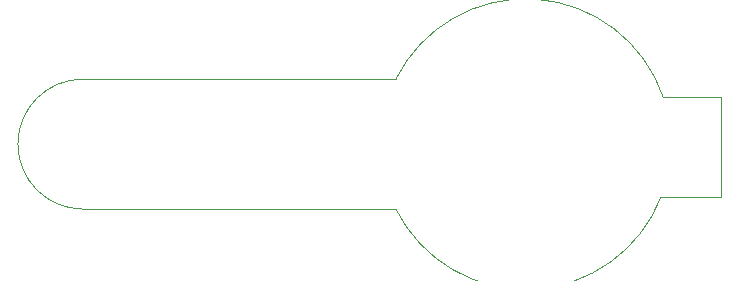
<source format=gm1>
%TF.GenerationSoftware,KiCad,Pcbnew,9.0.1-9.0.1-0~ubuntu24.04.1*%
%TF.CreationDate,2025-04-22T20:54:38+05:30*%
%TF.ProjectId,Led-Torch,4c65642d-546f-4726-9368-2e6b69636164,rev?*%
%TF.SameCoordinates,Original*%
%TF.FileFunction,Profile,NP*%
%FSLAX46Y46*%
G04 Gerber Fmt 4.6, Leading zero omitted, Abs format (unit mm)*
G04 Created by KiCad (PCBNEW 9.0.1-9.0.1-0~ubuntu24.04.1) date 2025-04-22 20:54:38*
%MOMM*%
%LPD*%
G01*
G04 APERTURE LIST*
%TA.AperFunction,Profile*%
%ADD10C,0.050000*%
%TD*%
G04 APERTURE END LIST*
D10*
X157000000Y-124541369D02*
X157000000Y-132981519D01*
X151952772Y-132981516D02*
X157000000Y-132981519D01*
X152143850Y-124541373D02*
X157000000Y-124541369D01*
X151952772Y-132981519D02*
G75*
G02*
X129500000Y-134000000I-11452772J4481519D01*
G01*
X129500000Y-123000000D02*
G75*
G02*
X152143850Y-124541369I11000000J-5500000D01*
G01*
X103000000Y-134000000D02*
X129500000Y-134000000D01*
X103000000Y-123000000D02*
X129500000Y-123000000D01*
X103000000Y-134000000D02*
G75*
G02*
X103000000Y-123000000I0J5500000D01*
G01*
M02*

</source>
